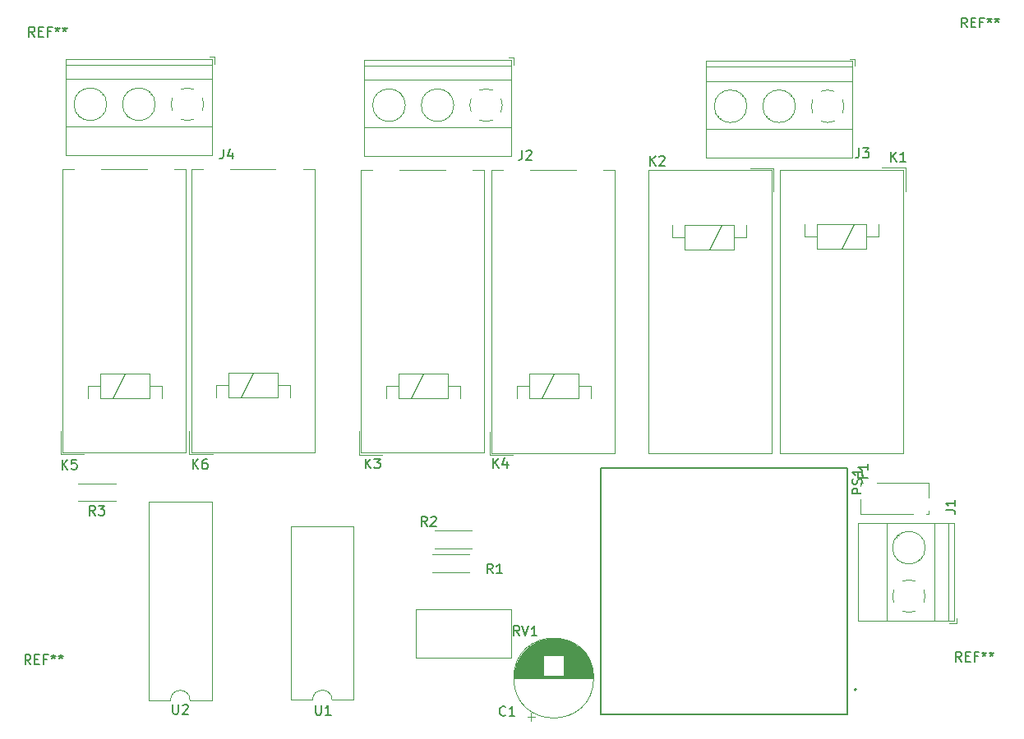
<source format=gbr>
%TF.GenerationSoftware,KiCad,Pcbnew,(6.0.7)*%
%TF.CreationDate,2022-09-06T00:26:26+01:00*%
%TF.ProjectId,Cortinas Eletricas,436f7274-696e-4617-9320-456c65747269,rev?*%
%TF.SameCoordinates,Original*%
%TF.FileFunction,Legend,Top*%
%TF.FilePolarity,Positive*%
%FSLAX46Y46*%
G04 Gerber Fmt 4.6, Leading zero omitted, Abs format (unit mm)*
G04 Created by KiCad (PCBNEW (6.0.7)) date 2022-09-06 00:26:26*
%MOMM*%
%LPD*%
G01*
G04 APERTURE LIST*
%ADD10C,0.150000*%
%ADD11C,0.120000*%
%ADD12C,0.200000*%
%ADD13C,0.127000*%
%ADD14C,1.400000*%
%ADD15O,1.400000X1.400000*%
%ADD16C,3.000000*%
%ADD17R,1.600000X1.600000*%
%ADD18C,1.600000*%
%ADD19R,2.400000X1.600000*%
%ADD20O,2.400000X1.600000*%
%ADD21R,3.000000X3.000000*%
%ADD22C,2.600000*%
%ADD23R,2.600000X2.600000*%
%ADD24C,1.650000*%
%ADD25R,1.650000X1.650000*%
%ADD26C,1.440000*%
%ADD27C,1.710000*%
G04 APERTURE END LIST*
D10*
%TO.C,R3*%
X94873333Y-116422380D02*
X94540000Y-115946190D01*
X94301904Y-116422380D02*
X94301904Y-115422380D01*
X94682857Y-115422380D01*
X94778095Y-115470000D01*
X94825714Y-115517619D01*
X94873333Y-115612857D01*
X94873333Y-115755714D01*
X94825714Y-115850952D01*
X94778095Y-115898571D01*
X94682857Y-115946190D01*
X94301904Y-115946190D01*
X95206666Y-115422380D02*
X95825714Y-115422380D01*
X95492380Y-115803333D01*
X95635238Y-115803333D01*
X95730476Y-115850952D01*
X95778095Y-115898571D01*
X95825714Y-115993809D01*
X95825714Y-116231904D01*
X95778095Y-116327142D01*
X95730476Y-116374761D01*
X95635238Y-116422380D01*
X95349523Y-116422380D01*
X95254285Y-116374761D01*
X95206666Y-116327142D01*
%TO.C,REF\u002A\u002A*%
X184676666Y-66122380D02*
X184343333Y-65646190D01*
X184105238Y-66122380D02*
X184105238Y-65122380D01*
X184486190Y-65122380D01*
X184581428Y-65170000D01*
X184629047Y-65217619D01*
X184676666Y-65312857D01*
X184676666Y-65455714D01*
X184629047Y-65550952D01*
X184581428Y-65598571D01*
X184486190Y-65646190D01*
X184105238Y-65646190D01*
X185105238Y-65598571D02*
X185438571Y-65598571D01*
X185581428Y-66122380D02*
X185105238Y-66122380D01*
X185105238Y-65122380D01*
X185581428Y-65122380D01*
X186343333Y-65598571D02*
X186010000Y-65598571D01*
X186010000Y-66122380D02*
X186010000Y-65122380D01*
X186486190Y-65122380D01*
X187010000Y-65122380D02*
X187010000Y-65360476D01*
X186771904Y-65265238D02*
X187010000Y-65360476D01*
X187248095Y-65265238D01*
X186867142Y-65550952D02*
X187010000Y-65360476D01*
X187152857Y-65550952D01*
X187771904Y-65122380D02*
X187771904Y-65360476D01*
X187533809Y-65265238D02*
X187771904Y-65360476D01*
X188010000Y-65265238D01*
X187629047Y-65550952D02*
X187771904Y-65360476D01*
X187914761Y-65550952D01*
X184106666Y-131492380D02*
X183773333Y-131016190D01*
X183535238Y-131492380D02*
X183535238Y-130492380D01*
X183916190Y-130492380D01*
X184011428Y-130540000D01*
X184059047Y-130587619D01*
X184106666Y-130682857D01*
X184106666Y-130825714D01*
X184059047Y-130920952D01*
X184011428Y-130968571D01*
X183916190Y-131016190D01*
X183535238Y-131016190D01*
X184535238Y-130968571D02*
X184868571Y-130968571D01*
X185011428Y-131492380D02*
X184535238Y-131492380D01*
X184535238Y-130492380D01*
X185011428Y-130492380D01*
X185773333Y-130968571D02*
X185440000Y-130968571D01*
X185440000Y-131492380D02*
X185440000Y-130492380D01*
X185916190Y-130492380D01*
X186440000Y-130492380D02*
X186440000Y-130730476D01*
X186201904Y-130635238D02*
X186440000Y-130730476D01*
X186678095Y-130635238D01*
X186297142Y-130920952D02*
X186440000Y-130730476D01*
X186582857Y-130920952D01*
X187201904Y-130492380D02*
X187201904Y-130730476D01*
X186963809Y-130635238D02*
X187201904Y-130730476D01*
X187440000Y-130635238D01*
X187059047Y-130920952D02*
X187201904Y-130730476D01*
X187344761Y-130920952D01*
X88216666Y-131802380D02*
X87883333Y-131326190D01*
X87645238Y-131802380D02*
X87645238Y-130802380D01*
X88026190Y-130802380D01*
X88121428Y-130850000D01*
X88169047Y-130897619D01*
X88216666Y-130992857D01*
X88216666Y-131135714D01*
X88169047Y-131230952D01*
X88121428Y-131278571D01*
X88026190Y-131326190D01*
X87645238Y-131326190D01*
X88645238Y-131278571D02*
X88978571Y-131278571D01*
X89121428Y-131802380D02*
X88645238Y-131802380D01*
X88645238Y-130802380D01*
X89121428Y-130802380D01*
X89883333Y-131278571D02*
X89550000Y-131278571D01*
X89550000Y-131802380D02*
X89550000Y-130802380D01*
X90026190Y-130802380D01*
X90550000Y-130802380D02*
X90550000Y-131040476D01*
X90311904Y-130945238D02*
X90550000Y-131040476D01*
X90788095Y-130945238D01*
X90407142Y-131230952D02*
X90550000Y-131040476D01*
X90692857Y-131230952D01*
X91311904Y-130802380D02*
X91311904Y-131040476D01*
X91073809Y-130945238D02*
X91311904Y-131040476D01*
X91550000Y-130945238D01*
X91169047Y-131230952D02*
X91311904Y-131040476D01*
X91454761Y-131230952D01*
X88626666Y-67062380D02*
X88293333Y-66586190D01*
X88055238Y-67062380D02*
X88055238Y-66062380D01*
X88436190Y-66062380D01*
X88531428Y-66110000D01*
X88579047Y-66157619D01*
X88626666Y-66252857D01*
X88626666Y-66395714D01*
X88579047Y-66490952D01*
X88531428Y-66538571D01*
X88436190Y-66586190D01*
X88055238Y-66586190D01*
X89055238Y-66538571D02*
X89388571Y-66538571D01*
X89531428Y-67062380D02*
X89055238Y-67062380D01*
X89055238Y-66062380D01*
X89531428Y-66062380D01*
X90293333Y-66538571D02*
X89960000Y-66538571D01*
X89960000Y-67062380D02*
X89960000Y-66062380D01*
X90436190Y-66062380D01*
X90960000Y-66062380D02*
X90960000Y-66300476D01*
X90721904Y-66205238D02*
X90960000Y-66300476D01*
X91198095Y-66205238D01*
X90817142Y-66490952D02*
X90960000Y-66300476D01*
X91102857Y-66490952D01*
X91721904Y-66062380D02*
X91721904Y-66300476D01*
X91483809Y-66205238D02*
X91721904Y-66300476D01*
X91960000Y-66205238D01*
X91579047Y-66490952D02*
X91721904Y-66300476D01*
X91864761Y-66490952D01*
%TO.C,C1*%
X137143333Y-137017142D02*
X137095714Y-137064761D01*
X136952857Y-137112380D01*
X136857619Y-137112380D01*
X136714761Y-137064761D01*
X136619523Y-136969523D01*
X136571904Y-136874285D01*
X136524285Y-136683809D01*
X136524285Y-136540952D01*
X136571904Y-136350476D01*
X136619523Y-136255238D01*
X136714761Y-136160000D01*
X136857619Y-136112380D01*
X136952857Y-136112380D01*
X137095714Y-136160000D01*
X137143333Y-136207619D01*
X138095714Y-137112380D02*
X137524285Y-137112380D01*
X137810000Y-137112380D02*
X137810000Y-136112380D01*
X137714761Y-136255238D01*
X137619523Y-136350476D01*
X137524285Y-136398095D01*
%TO.C,U1*%
X117588095Y-135992380D02*
X117588095Y-136801904D01*
X117635714Y-136897142D01*
X117683333Y-136944761D01*
X117778571Y-136992380D01*
X117969047Y-136992380D01*
X118064285Y-136944761D01*
X118111904Y-136897142D01*
X118159523Y-136801904D01*
X118159523Y-135992380D01*
X119159523Y-136992380D02*
X118588095Y-136992380D01*
X118873809Y-136992380D02*
X118873809Y-135992380D01*
X118778571Y-136135238D01*
X118683333Y-136230476D01*
X118588095Y-136278095D01*
%TO.C,K6*%
X104921904Y-111647380D02*
X104921904Y-110647380D01*
X105493333Y-111647380D02*
X105064761Y-111075952D01*
X105493333Y-110647380D02*
X104921904Y-111218809D01*
X106350476Y-110647380D02*
X106160000Y-110647380D01*
X106064761Y-110695000D01*
X106017142Y-110742619D01*
X105921904Y-110885476D01*
X105874285Y-111075952D01*
X105874285Y-111456904D01*
X105921904Y-111552142D01*
X105969523Y-111599761D01*
X106064761Y-111647380D01*
X106255238Y-111647380D01*
X106350476Y-111599761D01*
X106398095Y-111552142D01*
X106445714Y-111456904D01*
X106445714Y-111218809D01*
X106398095Y-111123571D01*
X106350476Y-111075952D01*
X106255238Y-111028333D01*
X106064761Y-111028333D01*
X105969523Y-111075952D01*
X105921904Y-111123571D01*
X105874285Y-111218809D01*
%TO.C,K5*%
X91461904Y-111682380D02*
X91461904Y-110682380D01*
X92033333Y-111682380D02*
X91604761Y-111110952D01*
X92033333Y-110682380D02*
X91461904Y-111253809D01*
X92938095Y-110682380D02*
X92461904Y-110682380D01*
X92414285Y-111158571D01*
X92461904Y-111110952D01*
X92557142Y-111063333D01*
X92795238Y-111063333D01*
X92890476Y-111110952D01*
X92938095Y-111158571D01*
X92985714Y-111253809D01*
X92985714Y-111491904D01*
X92938095Y-111587142D01*
X92890476Y-111634761D01*
X92795238Y-111682380D01*
X92557142Y-111682380D01*
X92461904Y-111634761D01*
X92414285Y-111587142D01*
%TO.C,K4*%
X135861904Y-111537380D02*
X135861904Y-110537380D01*
X136433333Y-111537380D02*
X136004761Y-110965952D01*
X136433333Y-110537380D02*
X135861904Y-111108809D01*
X137290476Y-110870714D02*
X137290476Y-111537380D01*
X137052380Y-110489761D02*
X136814285Y-111204047D01*
X137433333Y-111204047D01*
%TO.C,K3*%
X122691904Y-111577380D02*
X122691904Y-110577380D01*
X123263333Y-111577380D02*
X122834761Y-111005952D01*
X123263333Y-110577380D02*
X122691904Y-111148809D01*
X123596666Y-110577380D02*
X124215714Y-110577380D01*
X123882380Y-110958333D01*
X124025238Y-110958333D01*
X124120476Y-111005952D01*
X124168095Y-111053571D01*
X124215714Y-111148809D01*
X124215714Y-111386904D01*
X124168095Y-111482142D01*
X124120476Y-111529761D01*
X124025238Y-111577380D01*
X123739523Y-111577380D01*
X123644285Y-111529761D01*
X123596666Y-111482142D01*
%TO.C,K2*%
X152031904Y-80352380D02*
X152031904Y-79352380D01*
X152603333Y-80352380D02*
X152174761Y-79780952D01*
X152603333Y-79352380D02*
X152031904Y-79923809D01*
X152984285Y-79447619D02*
X153031904Y-79400000D01*
X153127142Y-79352380D01*
X153365238Y-79352380D01*
X153460476Y-79400000D01*
X153508095Y-79447619D01*
X153555714Y-79542857D01*
X153555714Y-79638095D01*
X153508095Y-79780952D01*
X152936666Y-80352380D01*
X153555714Y-80352380D01*
%TO.C,K1*%
X176851904Y-79952380D02*
X176851904Y-78952380D01*
X177423333Y-79952380D02*
X176994761Y-79380952D01*
X177423333Y-78952380D02*
X176851904Y-79523809D01*
X178375714Y-79952380D02*
X177804285Y-79952380D01*
X178090000Y-79952380D02*
X178090000Y-78952380D01*
X177994761Y-79095238D01*
X177899523Y-79190476D01*
X177804285Y-79238095D01*
%TO.C,J4*%
X108076666Y-78667380D02*
X108076666Y-79381666D01*
X108029047Y-79524523D01*
X107933809Y-79619761D01*
X107790952Y-79667380D01*
X107695714Y-79667380D01*
X108981428Y-79000714D02*
X108981428Y-79667380D01*
X108743333Y-78619761D02*
X108505238Y-79334047D01*
X109124285Y-79334047D01*
%TO.C,J2*%
X138836666Y-78777380D02*
X138836666Y-79491666D01*
X138789047Y-79634523D01*
X138693809Y-79729761D01*
X138550952Y-79777380D01*
X138455714Y-79777380D01*
X139265238Y-78872619D02*
X139312857Y-78825000D01*
X139408095Y-78777380D01*
X139646190Y-78777380D01*
X139741428Y-78825000D01*
X139789047Y-78872619D01*
X139836666Y-78967857D01*
X139836666Y-79063095D01*
X139789047Y-79205952D01*
X139217619Y-79777380D01*
X139836666Y-79777380D01*
%TO.C,J1*%
X182477380Y-115883333D02*
X183191666Y-115883333D01*
X183334523Y-115930952D01*
X183429761Y-116026190D01*
X183477380Y-116169047D01*
X183477380Y-116264285D01*
X183477380Y-114883333D02*
X183477380Y-115454761D01*
X183477380Y-115169047D02*
X182477380Y-115169047D01*
X182620238Y-115264285D01*
X182715476Y-115359523D01*
X182763095Y-115454761D01*
%TO.C,U2*%
X102863095Y-135927380D02*
X102863095Y-136736904D01*
X102910714Y-136832142D01*
X102958333Y-136879761D01*
X103053571Y-136927380D01*
X103244047Y-136927380D01*
X103339285Y-136879761D01*
X103386904Y-136832142D01*
X103434523Y-136736904D01*
X103434523Y-135927380D01*
X103863095Y-136022619D02*
X103910714Y-135975000D01*
X104005952Y-135927380D01*
X104244047Y-135927380D01*
X104339285Y-135975000D01*
X104386904Y-136022619D01*
X104434523Y-136117857D01*
X104434523Y-136213095D01*
X104386904Y-136355952D01*
X103815476Y-136927380D01*
X104434523Y-136927380D01*
%TO.C,J3*%
X173556666Y-78552380D02*
X173556666Y-79266666D01*
X173509047Y-79409523D01*
X173413809Y-79504761D01*
X173270952Y-79552380D01*
X173175714Y-79552380D01*
X173937619Y-78552380D02*
X174556666Y-78552380D01*
X174223333Y-78933333D01*
X174366190Y-78933333D01*
X174461428Y-78980952D01*
X174509047Y-79028571D01*
X174556666Y-79123809D01*
X174556666Y-79361904D01*
X174509047Y-79457142D01*
X174461428Y-79504761D01*
X174366190Y-79552380D01*
X174080476Y-79552380D01*
X173985238Y-79504761D01*
X173937619Y-79457142D01*
%TO.C,PS1*%
X173874880Y-114199285D02*
X172874880Y-114199285D01*
X172874880Y-113818333D01*
X172922500Y-113723095D01*
X172970119Y-113675476D01*
X173065357Y-113627857D01*
X173208214Y-113627857D01*
X173303452Y-113675476D01*
X173351071Y-113723095D01*
X173398690Y-113818333D01*
X173398690Y-114199285D01*
X173827261Y-113246904D02*
X173874880Y-113104047D01*
X173874880Y-112865952D01*
X173827261Y-112770714D01*
X173779642Y-112723095D01*
X173684404Y-112675476D01*
X173589166Y-112675476D01*
X173493928Y-112723095D01*
X173446309Y-112770714D01*
X173398690Y-112865952D01*
X173351071Y-113056428D01*
X173303452Y-113151666D01*
X173255833Y-113199285D01*
X173160595Y-113246904D01*
X173065357Y-113246904D01*
X172970119Y-113199285D01*
X172922500Y-113151666D01*
X172874880Y-113056428D01*
X172874880Y-112818333D01*
X172922500Y-112675476D01*
X173874880Y-111723095D02*
X173874880Y-112294523D01*
X173874880Y-112008809D02*
X172874880Y-112008809D01*
X173017738Y-112104047D01*
X173112976Y-112199285D01*
X173160595Y-112294523D01*
%TO.C,RV1*%
X138574761Y-128822380D02*
X138241428Y-128346190D01*
X138003333Y-128822380D02*
X138003333Y-127822380D01*
X138384285Y-127822380D01*
X138479523Y-127870000D01*
X138527142Y-127917619D01*
X138574761Y-128012857D01*
X138574761Y-128155714D01*
X138527142Y-128250952D01*
X138479523Y-128298571D01*
X138384285Y-128346190D01*
X138003333Y-128346190D01*
X138860476Y-127822380D02*
X139193809Y-128822380D01*
X139527142Y-127822380D01*
X140384285Y-128822380D02*
X139812857Y-128822380D01*
X140098571Y-128822380D02*
X140098571Y-127822380D01*
X140003333Y-127965238D01*
X139908095Y-128060476D01*
X139812857Y-128108095D01*
%TO.C,R2*%
X129043333Y-117542380D02*
X128710000Y-117066190D01*
X128471904Y-117542380D02*
X128471904Y-116542380D01*
X128852857Y-116542380D01*
X128948095Y-116590000D01*
X128995714Y-116637619D01*
X129043333Y-116732857D01*
X129043333Y-116875714D01*
X128995714Y-116970952D01*
X128948095Y-117018571D01*
X128852857Y-117066190D01*
X128471904Y-117066190D01*
X129424285Y-116637619D02*
X129471904Y-116590000D01*
X129567142Y-116542380D01*
X129805238Y-116542380D01*
X129900476Y-116590000D01*
X129948095Y-116637619D01*
X129995714Y-116732857D01*
X129995714Y-116828095D01*
X129948095Y-116970952D01*
X129376666Y-117542380D01*
X129995714Y-117542380D01*
%TO.C,R1*%
X135833333Y-122412380D02*
X135500000Y-121936190D01*
X135261904Y-122412380D02*
X135261904Y-121412380D01*
X135642857Y-121412380D01*
X135738095Y-121460000D01*
X135785714Y-121507619D01*
X135833333Y-121602857D01*
X135833333Y-121745714D01*
X135785714Y-121840952D01*
X135738095Y-121888571D01*
X135642857Y-121936190D01*
X135261904Y-121936190D01*
X136785714Y-122412380D02*
X136214285Y-122412380D01*
X136500000Y-122412380D02*
X136500000Y-121412380D01*
X136404761Y-121555238D01*
X136309523Y-121650476D01*
X136214285Y-121698095D01*
%TO.C,F1*%
X173948571Y-112213333D02*
X173948571Y-112546666D01*
X174472380Y-112546666D02*
X173472380Y-112546666D01*
X173472380Y-112070476D01*
X174472380Y-111165714D02*
X174472380Y-111737142D01*
X174472380Y-111451428D02*
X173472380Y-111451428D01*
X173615238Y-111546666D01*
X173710476Y-111641904D01*
X173758095Y-111737142D01*
D11*
%TO.C,R3*%
X96960000Y-113130000D02*
X93120000Y-113130000D01*
X96960000Y-114970000D02*
X93120000Y-114970000D01*
%TO.C,C1*%
X141332000Y-129161651D02*
X142868000Y-129161651D01*
X139385000Y-137212349D02*
X140185000Y-137212349D01*
X140871000Y-129281651D02*
X143329000Y-129281651D01*
X138143000Y-132201651D02*
X141060000Y-132201651D01*
X138560000Y-131161651D02*
X141060000Y-131161651D01*
X138265000Y-131801651D02*
X141060000Y-131801651D01*
X139117000Y-130401651D02*
X145083000Y-130401651D01*
X143140000Y-132441651D02*
X146110000Y-132441651D01*
X138250000Y-131841651D02*
X141060000Y-131841651D01*
X138295000Y-131721651D02*
X141060000Y-131721651D01*
X139646000Y-129921651D02*
X144554000Y-129921651D01*
X139813000Y-129801651D02*
X144387000Y-129801651D01*
X139934000Y-129721651D02*
X144266000Y-129721651D01*
X138656000Y-131001651D02*
X141060000Y-131001651D01*
X143140000Y-132842651D02*
X146165000Y-132842651D01*
X138164000Y-132121651D02*
X141060000Y-132121651D01*
X140455000Y-129441651D02*
X143745000Y-129441651D01*
X138098000Y-132401651D02*
X141060000Y-132401651D01*
X138026000Y-132962651D02*
X141060000Y-132962651D01*
X138494000Y-131281651D02*
X141060000Y-131281651D01*
X143140000Y-131281651D02*
X145706000Y-131281651D01*
X139595000Y-129961651D02*
X144605000Y-129961651D01*
X138106000Y-132361651D02*
X141060000Y-132361651D01*
X143140000Y-131321651D02*
X145727000Y-131321651D01*
X143140000Y-131521651D02*
X145822000Y-131521651D01*
X139081000Y-130441651D02*
X145119000Y-130441651D01*
X138516000Y-131241651D02*
X141060000Y-131241651D01*
X138538000Y-131201651D02*
X141060000Y-131201651D01*
X138023000Y-133042651D02*
X146177000Y-133042651D01*
X143140000Y-132281651D02*
X146076000Y-132281651D01*
X143140000Y-131801651D02*
X145935000Y-131801651D01*
X138223000Y-131921651D02*
X141060000Y-131921651D01*
X138070000Y-132562651D02*
X141060000Y-132562651D01*
X138944000Y-130601651D02*
X145256000Y-130601651D01*
X143140000Y-132201651D02*
X146057000Y-132201651D01*
X143140000Y-132602651D02*
X146137000Y-132602651D01*
X143140000Y-132762651D02*
X146157000Y-132762651D01*
X140548000Y-129401651D02*
X143652000Y-129401651D01*
X143140000Y-132401651D02*
X146102000Y-132401651D01*
X138880000Y-130681651D02*
X145320000Y-130681651D01*
X143140000Y-132922651D02*
X146171000Y-132922651D01*
X140210000Y-129561651D02*
X143990000Y-129561651D01*
X138048000Y-132722651D02*
X141060000Y-132722651D01*
X139359000Y-130161651D02*
X144841000Y-130161651D01*
X139274000Y-130241651D02*
X144926000Y-130241651D01*
X138631000Y-131041651D02*
X141060000Y-131041651D01*
X140647000Y-129361651D02*
X143553000Y-129361651D01*
X138820000Y-130761651D02*
X145380000Y-130761651D01*
X139045000Y-130481651D02*
X145155000Y-130481651D01*
X140754000Y-129321651D02*
X143446000Y-129321651D01*
X139010000Y-130521651D02*
X145190000Y-130521651D01*
X138378000Y-131521651D02*
X141060000Y-131521651D01*
X138115000Y-132321651D02*
X141060000Y-132321651D01*
X138343000Y-131601651D02*
X141060000Y-131601651D01*
X138029000Y-132922651D02*
X141060000Y-132922651D01*
X141152000Y-129201651D02*
X143048000Y-129201651D01*
X138090000Y-132441651D02*
X141060000Y-132441651D01*
X138186000Y-132041651D02*
X141060000Y-132041651D01*
X143140000Y-132481651D02*
X146117000Y-132481651D01*
X138058000Y-132642651D02*
X141060000Y-132642651D01*
X138020000Y-133162651D02*
X146180000Y-133162651D01*
X143140000Y-131201651D02*
X145662000Y-131201651D01*
X143140000Y-132962651D02*
X146174000Y-132962651D01*
X138976000Y-130561651D02*
X145224000Y-130561651D01*
X138310000Y-131681651D02*
X141060000Y-131681651D01*
X143140000Y-131041651D02*
X145569000Y-131041651D01*
X139449000Y-130081651D02*
X144751000Y-130081651D01*
X138020000Y-133202651D02*
X146180000Y-133202651D01*
X138279000Y-131761651D02*
X141060000Y-131761651D01*
X143140000Y-131121651D02*
X145617000Y-131121651D01*
X143140000Y-132722651D02*
X146152000Y-132722651D01*
X138735000Y-130881651D02*
X145465000Y-130881651D01*
X143140000Y-132241651D02*
X146067000Y-132241651D01*
X138396000Y-131481651D02*
X141060000Y-131481651D01*
X143140000Y-132642651D02*
X146142000Y-132642651D01*
X138762000Y-130841651D02*
X145438000Y-130841651D01*
X138024000Y-133002651D02*
X146176000Y-133002651D01*
X138453000Y-131361651D02*
X141060000Y-131361651D01*
X138791000Y-130801651D02*
X145409000Y-130801651D01*
X143140000Y-132081651D02*
X146025000Y-132081651D01*
X138237000Y-131881651D02*
X141060000Y-131881651D01*
X139496000Y-130041651D02*
X144704000Y-130041651D01*
X138083000Y-132481651D02*
X141060000Y-132481651D01*
X143140000Y-131001651D02*
X145544000Y-131001651D01*
X143140000Y-132001651D02*
X146002000Y-132001651D01*
X138911000Y-130641651D02*
X145289000Y-130641651D01*
X143140000Y-131721651D02*
X145905000Y-131721651D01*
X138032000Y-132882651D02*
X141060000Y-132882651D01*
X139998000Y-129681651D02*
X144202000Y-129681651D01*
X143140000Y-131081651D02*
X145593000Y-131081651D01*
X138414000Y-131441651D02*
X141060000Y-131441651D01*
X138043000Y-132762651D02*
X141060000Y-132762651D01*
X143140000Y-131921651D02*
X145977000Y-131921651D01*
X138076000Y-132522651D02*
X141060000Y-132522651D01*
X140066000Y-129641651D02*
X144134000Y-129641651D01*
X138583000Y-131121651D02*
X141060000Y-131121651D01*
X138039000Y-132802651D02*
X141060000Y-132802651D01*
X143140000Y-131601651D02*
X145857000Y-131601651D01*
X143140000Y-131361651D02*
X145747000Y-131361651D01*
X141567000Y-129121651D02*
X142633000Y-129121651D01*
X143140000Y-131761651D02*
X145921000Y-131761651D01*
X138473000Y-131321651D02*
X141060000Y-131321651D01*
X138850000Y-130721651D02*
X145350000Y-130721651D01*
X138063000Y-132602651D02*
X141060000Y-132602651D01*
X143140000Y-131961651D02*
X145989000Y-131961651D01*
X143140000Y-131481651D02*
X145804000Y-131481651D01*
X139755000Y-129841651D02*
X144445000Y-129841651D01*
X138326000Y-131641651D02*
X141060000Y-131641651D01*
X139193000Y-130321651D02*
X145007000Y-130321651D01*
X139403000Y-130121651D02*
X144797000Y-130121651D01*
X143140000Y-132161651D02*
X146047000Y-132161651D01*
X143140000Y-131241651D02*
X145684000Y-131241651D01*
X143140000Y-132321651D02*
X146085000Y-132321651D01*
X138035000Y-132842651D02*
X141060000Y-132842651D01*
X140136000Y-129601651D02*
X144064000Y-129601651D01*
X138175000Y-132081651D02*
X141060000Y-132081651D01*
X138211000Y-131961651D02*
X141060000Y-131961651D01*
X139155000Y-130361651D02*
X145045000Y-130361651D01*
X143140000Y-130921651D02*
X145492000Y-130921651D01*
X139544000Y-130001651D02*
X144656000Y-130001651D01*
X138434000Y-131401651D02*
X141060000Y-131401651D01*
X138360000Y-131561651D02*
X141060000Y-131561651D01*
X138198000Y-132001651D02*
X141060000Y-132001651D01*
X143140000Y-132882651D02*
X146168000Y-132882651D01*
X143140000Y-132361651D02*
X146094000Y-132361651D01*
X138124000Y-132281651D02*
X141060000Y-132281651D01*
X143140000Y-132682651D02*
X146148000Y-132682651D01*
X143140000Y-131841651D02*
X145950000Y-131841651D01*
X139872000Y-129761651D02*
X144328000Y-129761651D01*
X138052000Y-132682651D02*
X141060000Y-132682651D01*
X143140000Y-131561651D02*
X145840000Y-131561651D01*
X143140000Y-131881651D02*
X145963000Y-131881651D01*
X138133000Y-132241651D02*
X141060000Y-132241651D01*
X143140000Y-132041651D02*
X146014000Y-132041651D01*
X143140000Y-131441651D02*
X145786000Y-131441651D01*
X141002000Y-129241651D02*
X143198000Y-129241651D01*
X138708000Y-130921651D02*
X141060000Y-130921651D01*
X140287000Y-129521651D02*
X143913000Y-129521651D01*
X139785000Y-137612349D02*
X139785000Y-136812349D01*
X138607000Y-131081651D02*
X141060000Y-131081651D01*
X138021000Y-133082651D02*
X146179000Y-133082651D01*
X143140000Y-131161651D02*
X145640000Y-131161651D01*
X143140000Y-130961651D02*
X145518000Y-130961651D01*
X143140000Y-132802651D02*
X146161000Y-132802651D01*
X143140000Y-131401651D02*
X145766000Y-131401651D01*
X143140000Y-132562651D02*
X146130000Y-132562651D01*
X138020000Y-133122651D02*
X146180000Y-133122651D01*
X143140000Y-132121651D02*
X146036000Y-132121651D01*
X139233000Y-130281651D02*
X144967000Y-130281651D01*
X139316000Y-130201651D02*
X144884000Y-130201651D01*
X138153000Y-132161651D02*
X141060000Y-132161651D01*
X139700000Y-129881651D02*
X144500000Y-129881651D01*
X143140000Y-131641651D02*
X145874000Y-131641651D01*
X143140000Y-132522651D02*
X146124000Y-132522651D01*
X138682000Y-130961651D02*
X141060000Y-130961651D01*
X140369000Y-129481651D02*
X143831000Y-129481651D01*
X143140000Y-131681651D02*
X145890000Y-131681651D01*
X146220000Y-133202651D02*
G75*
G03*
X146220000Y-133202651I-4120000J0D01*
G01*
%TO.C,U1*%
X119265000Y-135455000D02*
X121500000Y-135455000D01*
X115030000Y-135455000D02*
X117265000Y-135455000D01*
X115030000Y-117555000D02*
X115030000Y-135455000D01*
X121500000Y-117555000D02*
X115030000Y-117555000D01*
X121500000Y-135455000D02*
X121500000Y-117555000D01*
X119265000Y-135455000D02*
G75*
G03*
X117265000Y-135455000I-1000000J0D01*
G01*
%TO.C,K6*%
X108630000Y-104300000D02*
X108630000Y-103030000D01*
X106960000Y-110140000D02*
X104560000Y-110140000D01*
X108630000Y-101760000D02*
X113710000Y-101760000D01*
X107360000Y-103030000D02*
X108630000Y-103030000D01*
X113710000Y-101760000D02*
X113710000Y-104300000D01*
X117460000Y-80740000D02*
X117460000Y-109940000D01*
X113710000Y-103030000D02*
X114980000Y-103030000D01*
X116260000Y-80740000D02*
X117460000Y-80740000D01*
X104760000Y-80740000D02*
X105960000Y-80740000D01*
X114980000Y-103030000D02*
X114980000Y-104300000D01*
X108630000Y-103030000D02*
X108630000Y-101760000D01*
X113710000Y-104300000D02*
X108630000Y-104300000D01*
X109900000Y-104300000D02*
X111170000Y-101760000D01*
X107360000Y-104300000D02*
X107360000Y-103030000D01*
X108760000Y-80740000D02*
X113460000Y-80740000D01*
X104760000Y-109940000D02*
X104760000Y-80740000D01*
X117460000Y-109940000D02*
X104760000Y-109940000D01*
X104560000Y-107740000D02*
X104560000Y-110140000D01*
%TO.C,K5*%
X91300000Y-107750000D02*
X91300000Y-110150000D01*
X104200000Y-109950000D02*
X91500000Y-109950000D01*
X91500000Y-109950000D02*
X91500000Y-80750000D01*
X95500000Y-80750000D02*
X100200000Y-80750000D01*
X94100000Y-104310000D02*
X94100000Y-103040000D01*
X96640000Y-104310000D02*
X97910000Y-101770000D01*
X100450000Y-104310000D02*
X95370000Y-104310000D01*
X95370000Y-103040000D02*
X95370000Y-101770000D01*
X101720000Y-103040000D02*
X101720000Y-104310000D01*
X91500000Y-80750000D02*
X92700000Y-80750000D01*
X103000000Y-80750000D02*
X104200000Y-80750000D01*
X100450000Y-103040000D02*
X101720000Y-103040000D01*
X104200000Y-80750000D02*
X104200000Y-109950000D01*
X100450000Y-101770000D02*
X100450000Y-104310000D01*
X94100000Y-103040000D02*
X95370000Y-103040000D01*
X95370000Y-101770000D02*
X100450000Y-101770000D01*
X93700000Y-110150000D02*
X91300000Y-110150000D01*
X95370000Y-104310000D02*
X95370000Y-103040000D01*
%TO.C,K4*%
X135507500Y-107797500D02*
X135507500Y-110197500D01*
X148407500Y-109997500D02*
X135707500Y-109997500D01*
X135707500Y-109997500D02*
X135707500Y-80797500D01*
X139707500Y-80797500D02*
X144407500Y-80797500D01*
X138307500Y-104357500D02*
X138307500Y-103087500D01*
X140847500Y-104357500D02*
X142117500Y-101817500D01*
X144657500Y-104357500D02*
X139577500Y-104357500D01*
X139577500Y-103087500D02*
X139577500Y-101817500D01*
X145927500Y-103087500D02*
X145927500Y-104357500D01*
X135707500Y-80797500D02*
X136907500Y-80797500D01*
X147207500Y-80797500D02*
X148407500Y-80797500D01*
X144657500Y-103087500D02*
X145927500Y-103087500D01*
X148407500Y-80797500D02*
X148407500Y-109997500D01*
X144657500Y-101817500D02*
X144657500Y-104357500D01*
X138307500Y-103087500D02*
X139577500Y-103087500D01*
X139577500Y-101817500D02*
X144657500Y-101817500D01*
X137907500Y-110197500D02*
X135507500Y-110197500D01*
X139577500Y-104357500D02*
X139577500Y-103087500D01*
%TO.C,K3*%
X122030000Y-107775000D02*
X122030000Y-110175000D01*
X134930000Y-109975000D02*
X122230000Y-109975000D01*
X122230000Y-109975000D02*
X122230000Y-80775000D01*
X126230000Y-80775000D02*
X130930000Y-80775000D01*
X124830000Y-104335000D02*
X124830000Y-103065000D01*
X127370000Y-104335000D02*
X128640000Y-101795000D01*
X131180000Y-104335000D02*
X126100000Y-104335000D01*
X126100000Y-103065000D02*
X126100000Y-101795000D01*
X132450000Y-103065000D02*
X132450000Y-104335000D01*
X122230000Y-80775000D02*
X123430000Y-80775000D01*
X133730000Y-80775000D02*
X134930000Y-80775000D01*
X131180000Y-103065000D02*
X132450000Y-103065000D01*
X134930000Y-80775000D02*
X134930000Y-109975000D01*
X131180000Y-101795000D02*
X131180000Y-104335000D01*
X124830000Y-103065000D02*
X126100000Y-103065000D01*
X126100000Y-101795000D02*
X131180000Y-101795000D01*
X124430000Y-110175000D02*
X122030000Y-110175000D01*
X126100000Y-104335000D02*
X126100000Y-103065000D01*
%TO.C,K2*%
X154327500Y-87737500D02*
X154327500Y-86467500D01*
X164547500Y-110027500D02*
X151847500Y-110027500D01*
X160677500Y-86467500D02*
X160677500Y-87737500D01*
X159407500Y-86467500D02*
X158137500Y-89007500D01*
X164547500Y-80827500D02*
X164547500Y-110027500D01*
X155597500Y-86467500D02*
X160677500Y-86467500D01*
X161947500Y-86467500D02*
X161947500Y-87737500D01*
X151847500Y-110027500D02*
X151847500Y-80827500D01*
X161947500Y-87737500D02*
X160677500Y-87737500D01*
X162347500Y-80627500D02*
X164747500Y-80627500D01*
X160677500Y-87737500D02*
X160677500Y-89007500D01*
X160677500Y-89007500D02*
X155597500Y-89007500D01*
X155597500Y-89007500D02*
X155597500Y-86467500D01*
X151847500Y-80827500D02*
X164547500Y-80827500D01*
X155597500Y-87737500D02*
X154327500Y-87737500D01*
X164747500Y-83027500D02*
X164747500Y-80627500D01*
%TO.C,K1*%
X167917500Y-87697500D02*
X167917500Y-86427500D01*
X178137500Y-109987500D02*
X165437500Y-109987500D01*
X174267500Y-86427500D02*
X174267500Y-87697500D01*
X172997500Y-86427500D02*
X171727500Y-88967500D01*
X178137500Y-80787500D02*
X178137500Y-109987500D01*
X169187500Y-86427500D02*
X174267500Y-86427500D01*
X175537500Y-86427500D02*
X175537500Y-87697500D01*
X165437500Y-109987500D02*
X165437500Y-80787500D01*
X175537500Y-87697500D02*
X174267500Y-87697500D01*
X175937500Y-80587500D02*
X178337500Y-80587500D01*
X174267500Y-87697500D02*
X174267500Y-88967500D01*
X174267500Y-88967500D02*
X169187500Y-88967500D01*
X169187500Y-88967500D02*
X169187500Y-86427500D01*
X165437500Y-80787500D02*
X178137500Y-80787500D01*
X169187500Y-87697500D02*
X167917500Y-87697500D01*
X178337500Y-82987500D02*
X178337500Y-80587500D01*
%TO.C,J4*%
X101040000Y-74040000D02*
G75*
G03*
X101040000Y-74040000I-1680000J0D01*
G01*
X96040000Y-74040000D02*
G75*
G03*
X96040000Y-74040000I-1680000J0D01*
G01*
X105895000Y-74724000D02*
G75*
G03*
X105895427Y-73356958I-1534993J684001D01*
G01*
X102824999Y-73356000D02*
G75*
G03*
X102824573Y-74723042I1535001J-684000D01*
G01*
X105044000Y-72505000D02*
G75*
G03*
X104331195Y-72359747I-683999J-1535001D01*
G01*
X104360000Y-72360000D02*
G75*
G03*
X103676682Y-72505244I0J-1680000D01*
G01*
X103676000Y-75575000D02*
G75*
G03*
X105043042Y-75575427I684001J1534993D01*
G01*
X106920000Y-76341000D02*
X91800000Y-76341000D01*
X106920000Y-79301000D02*
X106920000Y-69380000D01*
X106920000Y-79301000D02*
X91800000Y-79301000D01*
X107160000Y-69880000D02*
X107160000Y-69140000D01*
X106920000Y-71440000D02*
X91800000Y-71440000D01*
X95587000Y-73017000D02*
X95634000Y-72971000D01*
X91800000Y-79301000D02*
X91800000Y-69380000D01*
X93290000Y-75315000D02*
X93325000Y-75279000D01*
X106920000Y-69940000D02*
X91800000Y-69940000D01*
X95394000Y-72801000D02*
X95429000Y-72766000D01*
X100587000Y-73017000D02*
X100634000Y-72971000D01*
X107160000Y-69140000D02*
X106660000Y-69140000D01*
X98085000Y-75109000D02*
X98132000Y-75063000D01*
X93085000Y-75109000D02*
X93132000Y-75063000D01*
X98290000Y-75315000D02*
X98325000Y-75279000D01*
X100394000Y-72801000D02*
X100429000Y-72766000D01*
X106920000Y-69380000D02*
X91800000Y-69380000D01*
%TO.C,J2*%
X131812500Y-74132500D02*
G75*
G03*
X131812500Y-74132500I-1680000J0D01*
G01*
X126812500Y-74132500D02*
G75*
G03*
X126812500Y-74132500I-1680000J0D01*
G01*
X136667500Y-74816500D02*
G75*
G03*
X136667927Y-73449458I-1534993J684001D01*
G01*
X133597499Y-73448500D02*
G75*
G03*
X133597073Y-74815542I1535001J-684000D01*
G01*
X135816500Y-72597500D02*
G75*
G03*
X135103695Y-72452247I-683999J-1535001D01*
G01*
X135132500Y-72452500D02*
G75*
G03*
X134449182Y-72597744I0J-1680000D01*
G01*
X134448500Y-75667500D02*
G75*
G03*
X135815542Y-75667927I684001J1534993D01*
G01*
X137692500Y-76433500D02*
X122572500Y-76433500D01*
X137692500Y-79393500D02*
X137692500Y-69472500D01*
X137692500Y-79393500D02*
X122572500Y-79393500D01*
X137932500Y-69972500D02*
X137932500Y-69232500D01*
X137692500Y-71532500D02*
X122572500Y-71532500D01*
X126359500Y-73109500D02*
X126406500Y-73063500D01*
X122572500Y-79393500D02*
X122572500Y-69472500D01*
X124062500Y-75407500D02*
X124097500Y-75371500D01*
X137692500Y-70032500D02*
X122572500Y-70032500D01*
X126166500Y-72893500D02*
X126201500Y-72858500D01*
X131359500Y-73109500D02*
X131406500Y-73063500D01*
X137932500Y-69232500D02*
X137432500Y-69232500D01*
X128857500Y-75201500D02*
X128904500Y-75155500D01*
X123857500Y-75201500D02*
X123904500Y-75155500D01*
X129062500Y-75407500D02*
X129097500Y-75371500D01*
X131166500Y-72893500D02*
X131201500Y-72858500D01*
X137692500Y-69472500D02*
X122572500Y-69472500D01*
%TO.C,J1*%
X173429000Y-127320000D02*
X173429000Y-117200000D01*
X183590000Y-127560000D02*
X183590000Y-127060000D01*
X183350000Y-127320000D02*
X183350000Y-117200000D01*
X179713000Y-120987000D02*
X179759000Y-121034000D01*
X181290000Y-127320000D02*
X181290000Y-117200000D01*
X179929000Y-120794000D02*
X179964000Y-120829000D01*
X182850000Y-127560000D02*
X183590000Y-127560000D01*
X173429000Y-127320000D02*
X183350000Y-127320000D01*
X173429000Y-117200000D02*
X183350000Y-117200000D01*
X177621000Y-118485000D02*
X177667000Y-118532000D01*
X177415000Y-118690000D02*
X177451000Y-118725000D01*
X176389000Y-127320000D02*
X176389000Y-117200000D01*
X182790000Y-127320000D02*
X182790000Y-117200000D01*
X179374000Y-123224999D02*
G75*
G03*
X178006958Y-123224573I-684000J-1535001D01*
G01*
X180225000Y-125444000D02*
G75*
G03*
X180370253Y-124731195I-1535001J683999D01*
G01*
X180370000Y-124760000D02*
G75*
G03*
X180224756Y-124076682I-1680000J0D01*
G01*
X178006000Y-126295000D02*
G75*
G03*
X179373042Y-126295427I684001J1534993D01*
G01*
X177155000Y-124076000D02*
G75*
G03*
X177154573Y-125443042I1534993J-684001D01*
G01*
X180370000Y-119760000D02*
G75*
G03*
X180370000Y-119760000I-1680000J0D01*
G01*
%TO.C,U2*%
X106860000Y-135475000D02*
X106860000Y-115035000D01*
X104625000Y-135475000D02*
X106860000Y-135475000D01*
X100390000Y-115035000D02*
X100390000Y-135475000D01*
X100390000Y-135475000D02*
X102625000Y-135475000D01*
X106860000Y-115035000D02*
X100390000Y-115035000D01*
X104625000Y-135475000D02*
G75*
G03*
X102625000Y-135475000I-1000000J0D01*
G01*
%TO.C,J3*%
X172880000Y-69585000D02*
X157760000Y-69585000D01*
X166354000Y-73006000D02*
X166389000Y-72971000D01*
X164250000Y-75520000D02*
X164285000Y-75484000D01*
X159045000Y-75314000D02*
X159092000Y-75268000D01*
X164045000Y-75314000D02*
X164092000Y-75268000D01*
X173120000Y-69345000D02*
X172620000Y-69345000D01*
X166547000Y-73222000D02*
X166594000Y-73176000D01*
X161354000Y-73006000D02*
X161389000Y-72971000D01*
X172880000Y-70145000D02*
X157760000Y-70145000D01*
X159250000Y-75520000D02*
X159285000Y-75484000D01*
X157760000Y-79506000D02*
X157760000Y-69585000D01*
X161547000Y-73222000D02*
X161594000Y-73176000D01*
X172880000Y-71645000D02*
X157760000Y-71645000D01*
X173120000Y-70085000D02*
X173120000Y-69345000D01*
X172880000Y-79506000D02*
X157760000Y-79506000D01*
X172880000Y-79506000D02*
X172880000Y-69585000D01*
X172880000Y-76546000D02*
X157760000Y-76546000D01*
X169636000Y-75780000D02*
G75*
G03*
X171003042Y-75780427I684001J1534993D01*
G01*
X170320000Y-72565000D02*
G75*
G03*
X169636682Y-72710244I0J-1680000D01*
G01*
X171004000Y-72710000D02*
G75*
G03*
X170291195Y-72564747I-683999J-1535001D01*
G01*
X168784999Y-73561000D02*
G75*
G03*
X168784573Y-74928042I1535001J-684000D01*
G01*
X171855000Y-74929000D02*
G75*
G03*
X171855427Y-73561958I-1534993J684001D01*
G01*
X162000000Y-74245000D02*
G75*
G03*
X162000000Y-74245000I-1680000J0D01*
G01*
X167000000Y-74245000D02*
G75*
G03*
X167000000Y-74245000I-1680000J0D01*
G01*
D12*
%TO.C,PS1*%
X173270000Y-134380000D02*
G75*
G03*
X173270000Y-134380000I-100000J0D01*
G01*
D13*
X172370000Y-111520000D02*
X172370000Y-136920000D01*
X146970000Y-111520000D02*
X172370000Y-111520000D01*
X146970000Y-136920000D02*
X146970000Y-111520000D01*
X172370000Y-136920000D02*
X146970000Y-136920000D01*
D11*
%TO.C,RV1*%
X127935000Y-131140000D02*
X137705000Y-131140000D01*
X127935000Y-126070000D02*
X127935000Y-131140000D01*
X137705000Y-126070000D02*
X137705000Y-131140000D01*
X127935000Y-126070000D02*
X137705000Y-126070000D01*
%TO.C,R2*%
X133650000Y-119810000D02*
X129810000Y-119810000D01*
X133650000Y-117970000D02*
X129810000Y-117970000D01*
%TO.C,R1*%
X133420000Y-120470000D02*
X129580000Y-120470000D01*
X133420000Y-122310000D02*
X129580000Y-122310000D01*
%TO.C,F1*%
X173981000Y-113080000D02*
X173690000Y-113080000D01*
X180751000Y-114615000D02*
X180751000Y-113080000D01*
X180751000Y-116280000D02*
X180751000Y-115945000D01*
X179081000Y-116280000D02*
X173690000Y-116280000D01*
X173690000Y-116280000D02*
X173690000Y-114744000D01*
X180751000Y-113080000D02*
X175358000Y-113080000D01*
X180751000Y-116280000D02*
X180459000Y-116280000D01*
X173690000Y-113415000D02*
X173690000Y-113080000D01*
%TD*%
%LPC*%
D14*
%TO.C,R3*%
X97580000Y-114050000D03*
D15*
X92500000Y-114050000D03*
%TD*%
D16*
%TO.C,REF\u002A\u002A*%
X181420000Y-68480000D03*
%TD*%
%TO.C,REF\u002A\u002A*%
X180850000Y-133850000D03*
%TD*%
%TO.C,REF\u002A\u002A*%
X84960000Y-134160000D03*
%TD*%
%TO.C,REF\u002A\u002A*%
X85370000Y-69420000D03*
%TD*%
D17*
%TO.C,C1*%
X142100000Y-134452651D03*
D18*
X142100000Y-131952651D03*
%TD*%
D19*
%TO.C,U1*%
X123345000Y-134125000D03*
D20*
X123345000Y-131585000D03*
X123345000Y-129045000D03*
X123345000Y-126505000D03*
X123345000Y-123965000D03*
X123345000Y-121425000D03*
X123345000Y-118885000D03*
X113185000Y-118885000D03*
X113185000Y-121425000D03*
X113185000Y-123965000D03*
X113185000Y-126505000D03*
X113185000Y-129045000D03*
X113185000Y-131585000D03*
X113185000Y-134125000D03*
%TD*%
D16*
%TO.C,K6*%
X114860000Y-106840000D03*
D21*
X107360000Y-106840000D03*
D16*
X114860000Y-81840000D03*
X114860000Y-91840000D03*
X114860000Y-86840000D03*
X107360000Y-81840000D03*
X107360000Y-91840000D03*
X107360000Y-86840000D03*
%TD*%
%TO.C,K5*%
X94100000Y-86850000D03*
X94100000Y-91850000D03*
X94100000Y-81850000D03*
X101600000Y-86850000D03*
X101600000Y-91850000D03*
X101600000Y-81850000D03*
D21*
X94100000Y-106850000D03*
D16*
X101600000Y-106850000D03*
%TD*%
%TO.C,K4*%
X138307500Y-86897500D03*
X138307500Y-91897500D03*
X138307500Y-81897500D03*
X145807500Y-86897500D03*
X145807500Y-91897500D03*
X145807500Y-81897500D03*
D21*
X138307500Y-106897500D03*
D16*
X145807500Y-106897500D03*
%TD*%
%TO.C,K3*%
X124830000Y-86875000D03*
X124830000Y-91875000D03*
X124830000Y-81875000D03*
X132330000Y-86875000D03*
X132330000Y-91875000D03*
X132330000Y-81875000D03*
D21*
X124830000Y-106875000D03*
D16*
X132330000Y-106875000D03*
%TD*%
%TO.C,K2*%
X161947500Y-103927500D03*
X154447500Y-100427500D03*
X154447500Y-107427500D03*
D21*
X161947500Y-83927500D03*
D16*
X154447500Y-83927500D03*
%TD*%
%TO.C,K1*%
X175537500Y-103887500D03*
X168037500Y-100387500D03*
X168037500Y-107387500D03*
D21*
X175537500Y-83887500D03*
D16*
X168037500Y-83887500D03*
%TD*%
D22*
%TO.C,J4*%
X94360000Y-74040000D03*
X99360000Y-74040000D03*
D23*
X104360000Y-74040000D03*
%TD*%
D22*
%TO.C,J2*%
X125132500Y-74132500D03*
X130132500Y-74132500D03*
D23*
X135132500Y-74132500D03*
%TD*%
%TO.C,J1*%
X178690000Y-124760000D03*
D22*
X178690000Y-119760000D03*
%TD*%
D19*
%TO.C,U2*%
X108705000Y-134145000D03*
D20*
X108705000Y-131605000D03*
X108705000Y-129065000D03*
X108705000Y-126525000D03*
X108705000Y-123985000D03*
X108705000Y-121445000D03*
X108705000Y-118905000D03*
X108705000Y-116365000D03*
X98545000Y-116365000D03*
X98545000Y-118905000D03*
X98545000Y-121445000D03*
X98545000Y-123985000D03*
X98545000Y-126525000D03*
X98545000Y-129065000D03*
X98545000Y-131605000D03*
X98545000Y-134145000D03*
%TD*%
D23*
%TO.C,J3*%
X170320000Y-74245000D03*
D22*
X165320000Y-74245000D03*
X160320000Y-74245000D03*
%TD*%
D24*
%TO.C,PS1*%
X149510000Y-134380000D03*
X149510000Y-124220000D03*
X169830000Y-129300000D03*
D25*
X169830000Y-134380000D03*
%TD*%
D26*
%TO.C,RV1*%
X130280000Y-128600000D03*
X132820000Y-128600000D03*
X135360000Y-128600000D03*
%TD*%
D15*
%TO.C,R2*%
X129190000Y-118890000D03*
D14*
X134270000Y-118890000D03*
%TD*%
%TO.C,R1*%
X134040000Y-121390000D03*
D15*
X128960000Y-121390000D03*
%TD*%
D27*
%TO.C,F1*%
X179770000Y-115280000D03*
X174670000Y-114080000D03*
%TD*%
M02*

</source>
